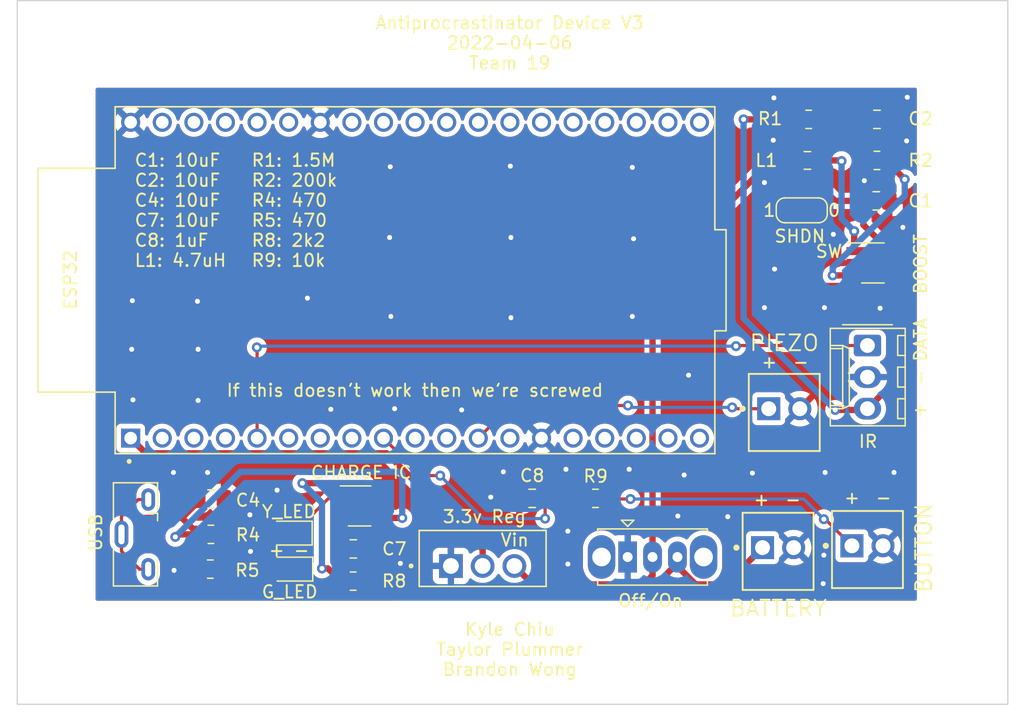
<source format=kicad_pcb>
(kicad_pcb (version 20211014) (generator pcbnew)
  (layers (0 "F.Cu" signal) (31 "B.Cu" signal) (34 "B.Paste" user) (35 "F.Paste" user) (36 "B.SilkS" user "B.Silkscreen") (37 "F.SilkS" user "F.Silkscreen") (38 "B.Mask" user) (39 "F.Mask" user) (44 "Edge.Cuts" user))
  (net 0 "")
  (net 1 "+3V3")
  (net 2 "GND")
  (net 3 "/PIEZO")
  (net 4 "/BATT_OUT")
  (net 5 "Net-(C4-Pad1)")
  (net 6 "/BUTTON")
  (net 7 "/BOOST_SHDN")
  (net 13 "Net-(D2-Pad1)")
  (net 14 "Net-(D2-Pad2)")
  (net 15 "Net-(D3-Pad1)")
  (net 17 "/IR_DATA")
  (net 18 "Net-(R8-Pad1)")
  (net 27 "Net-(J7-Pad1)")
  (net 31 "unconnected-(J8-Pad6)")
  (net 32 "Net-(C7-Pad1)")
  (net 33 "/BOOST_VOUT")
  (net 34 "/BOOST_SW")
  (net 35 "/BOOST_FB")
  (footprint "Connector_Molex:Molex-22-04-1021-MFG" (layer "F.Cu") (at 125.6994 65.024)
    (fp_text reference "J5" hide)
    (fp_text value "PIEZO" (at 0 -5.588) (layer "F.SilkS") (effects (font (size 1.27 1.27))))
    (fp_text user "+" (at -1.20848 -4.064 unlocked) (layer "F.SilkS"))
    (fp_text user "-" (at 1.33152 -4.064 unlocked) (layer "F.SilkS"))
    (fp_line (start 2.85 3.1) (end 2.85 -3.1) (layer "F.SilkS") (width 0.15))
    (fp_line (start -2.85 -3.1) (end 2.85 -3.1) (layer "F.SilkS") (width 0.15))
    (fp_line (start -2.85 3.1) (end 2.85 3.1) (layer "F.SilkS") (width 0.15))
    (fp_line (start -2.85 3.1) (end -2.85 -3.1) (layer "F.SilkS") (width 0.15))
    (fp_circle (center -3.35 -0.3) (end -3.225 -0.3) (layer "F.SilkS") (width 0.25) (fill none))
    (pad "1" thru_hole rect locked (at -1.25 -0.3) (size 1.85 1.85) (drill 1.2) (layers *.Cu *.Mask) (net 3 "/PIEZO"))
    (pad "2" thru_hole circle locked (at 1.25 -0.3) (size 1.85 1.85) (drill 1.2) (layers *.Cu *.Mask) (net 2 "GND"))
  )
  (footprint "Inductor_SMD:L_0805_2012Metric_Pad1.15x1.40mm_HandSolder" (layer "F.Cu") (at 127.5588 44.7548)
    (fp_text reference "L1" (at -3.302 0) (layer "F.SilkS"))
    (fp_text value "4.7uH")
    (fp_line (start -0.261252 -0.71) (end 0.261252 -0.71) (layer "F.SilkS") (width 0.12))
    (fp_line (start -0.261252 0.71) (end 0.261252 0.71) (layer "F.SilkS") (width 0.12))
    (pad "1" smd roundrect (at -1.025 0) (size 1.15 1.4) (layers "F.Cu" "F.Paste" "F.Mask") (roundrect_rratio 0.2173913043) (net 4 "/BATT_OUT"))
    (pad "2" smd roundrect (at 1.025 0) (size 1.15 1.4) (layers "F.Cu" "F.Paste" "F.Mask") (roundrect_rratio 0.2173913043) (net 34 "/BOOST_SW"))
  )
  (footprint "Capacitor_SMD:C_0805_2012Metric_Pad1.18x1.45mm_HandSolder" (layer "F.Cu") (at 105.4393 71.9328 180)
    (fp_text reference "C8" (at 0 1.8288) (layer "F.SilkS"))
    (fp_text value "1uF")
    (fp_line (start -0.261252 -0.735) (end 0.261252 -0.735) (layer "F.SilkS") (width 0.12))
    (fp_line (start -0.261252 0.735) (end 0.261252 0.735) (layer "F.SilkS") (width 0.12))
    (pad "1" smd roundrect (at -1.0375 0 180) (size 1.175 1.45) (layers "F.Cu" "F.Paste" "F.Mask") (roundrect_rratio 0.2127659574) (net 6 "/BUTTON"))
    (pad "2" smd roundrect (at 1.0375 0 180) (size 1.175 1.45) (layers "F.Cu" "F.Paste" "F.Mask") (roundrect_rratio 0.2127659574) (net 2 "GND"))
  )
  (footprint "LED_SMD:LED_0805_2012Metric_Pad1.15x1.40mm_HandSolder" (layer "F.Cu") (at 85.9446 77.6224 180)
    (fp_text reference "D3" hide)
    (fp_text value "G_LED" (at -0.009 -1.8288) (layer "F.SilkS"))
    (fp_line (start -1.86 0.96) (end 1 0.96) (layer "F.SilkS") (width 0.12))
    (fp_line (start 1 -0.96) (end -1.86 -0.96) (layer "F.SilkS") (width 0.12))
    (fp_line (start -1.86 -0.96) (end -1.86 0.96) (layer "F.SilkS") (width 0.12))
    (pad "1" smd roundrect (at -1.025 0 180) (size 1.15 1.4) (layers "F.Cu" "F.Paste" "F.Mask") (roundrect_rratio 0.2173913043) (net 15 "Net-(D3-Pad1)"))
    (pad "2" smd roundrect (at 1.025 0 180) (size 1.15 1.4) (layers "F.Cu" "F.Paste" "F.Mask") (roundrect_rratio 0.2173913043) (net 13 "Net-(D2-Pad1)"))
  )
  (footprint "Resistor_SMD:R_0805_2012Metric_Pad1.20x1.40mm_HandSolder" (layer "F.Cu") (at 133.1468 44.7548 180)
    (fp_text reference "R2" (at -3.5052 0) (layer "F.SilkS"))
    (fp_text value "200k")
    (fp_line (start -0.227064 0.735) (end 0.227064 0.735) (layer "F.SilkS") (width 0.12))
    (fp_line (start -0.227064 -0.735) (end 0.227064 -0.735) (layer "F.SilkS") (width 0.12))
    (pad "1" smd roundrect (at -1 0 180) (size 1.2 1.4) (layers "F.Cu" "F.Paste" "F.Mask") (roundrect_rratio 0.2083333333) (net 35 "/BOOST_FB"))
    (pad "2" smd roundrect (at 1 0 180) (size 1.2 1.4) (layers "F.Cu" "F.Paste" "F.Mask") (roundrect_rratio 0.2083333333) (net 2 "GND"))
  )
  (footprint "Capacitor_SMD:C_0805_2012Metric_Pad1.18x1.45mm_HandSolder" (layer "F.Cu") (at 133.096 48.006)
    (fp_text reference "C1" (at 3.556 0) (layer "F.SilkS"))
    (fp_text value "10uF")
    (fp_line (start -0.261252 0.735) (end 0.261252 0.735) (layer "F.SilkS") (width 0.12))
    (fp_line (start -0.261252 -0.735) (end 0.261252 -0.735) (layer "F.SilkS") (width 0.12))
    (pad "1" smd roundrect (at -1.0375 0) (size 1.175 1.45) (layers "F.Cu" "F.Paste" "F.Mask") (roundrect_rratio 0.212766) (net 4 "/BATT_OUT"))
    (pad "2" smd roundrect (at 1.0375 0) (size 1.175 1.45) (layers "F.Cu" "F.Paste" "F.Mask") (roundrect_rratio 0.212766) (net 2 "GND"))
  )
  (footprint "Capacitor_SMD:C_0805_2012Metric_Pad1.18x1.45mm_HandSolder" (layer "F.Cu") (at 91.0629 75.9968)
    (fp_text reference "C7" (at 3.302 0) (layer "F.SilkS"))
    (fp_text value "10uF")
    (fp_line (start -0.261252 0.735) (end 0.261252 0.735) (layer "F.SilkS") (width 0.12))
    (fp_line (start -0.261252 -0.735) (end 0.261252 -0.735) (layer "F.SilkS") (width 0.12))
    (pad "1" smd roundrect (at -1.0375 0) (size 1.175 1.45) (layers "F.Cu" "F.Paste" "F.Mask") (roundrect_rratio 0.2127659574) (net 32 "Net-(C7-Pad1)"))
    (pad "2" smd roundrect (at 1.0375 0) (size 1.175 1.45) (layers "F.Cu" "F.Paste" "F.Mask") (roundrect_rratio 0.2127659574) (net 2 "GND"))
  )
  (footprint "Connector_USB:USB_Micro-B_Molex-105133-0001" (layer "F.Cu") (at 73.5076 74.8284 -90)
    (fp_text reference "USB" (at -0.1524 3.1496 90) (layer "F.SilkS"))
    (fp_text value "USB_B_Micro")
    (fp_line (start -1.7 -1.075) (end -1.7 -1.825) (layer "F.SilkS") (width 0.12))
    (fp_line (start -2 -1.825) (end -4.15 -1.825) (layer "F.SilkS") (width 0.12))
    (fp_line (start 4.15 -1.825) (end 4.15 1.725) (layer "F.SilkS") (width 0.12))
    (fp_line (start 2 -1.825) (end 4.15 -1.825) (layer "F.SilkS") (width 0.12))
    (fp_line (start -1.7 -1.825) (end -1.1 -1.825) (layer "F.SilkS") (width 0.12))
    (fp_line (start -4.15 1.725) (end -1.25 1.725) (layer "F.SilkS") (width 0.12))
    (fp_line (start 4.15 1.725) (end 1.25 1.725) (layer "F.SilkS") (width 0.12))
    (fp_line (start -4.15 -1.825) (end -4.15 1.725) (layer "F.SilkS") (width 0.12))
    (pad "1" smd rect (at -1.3 -0.825 270) (size 0.45 1.5) (layers "F.Cu" "F.Paste" "F.Mask") (net 5 "Net-(C4-Pad1)"))
    (pad "2" smd rect (at -0.65 -0.825 270) (size 0.45 1.5) (layers "F.Cu" "F.Paste" "F.Mask"))
    (pad "3" smd rect (at 0 -0.825 270) (size 0.45 1.5) (layers "F.Cu" "F.Paste" "F.Mask"))
    (pad "4" smd rect (at 0.65 -0.825 270) (size 0.45 1.5) (layers "F.Cu" "F.Paste" "F.Mask"))
    (pad "5" smd rect (at 1.3 -0.825 270) (size 0.45 1.5) (layers "F.Cu" "F.Paste" "F.Mask") (net 2 "GND"))
    (pad "6" thru_hole oval (at 2.8 -1.075 270) (size 1.8 1.1) (drill oval 1.2 0.5) (layers *.Cu *.Mask) (net 31 "unconnected-(J8-Pad6)"))
    (pad "6" thru_hole oval (at -2.8 -1.075 270) (size 1.8 1.1) (drill oval 1.2 0.5) (layers *.Cu *.Mask) (net 31 "unconnected-(J8-Pad6)"))
    (pad "6" thru_hole oval (at 0 1.075 270) (size 2.2 1.1) (drill oval 1.6 0.5) (layers *.Cu *.Mask) (net 31 "unconnected-(J8-Pad6)"))
  )
  (footprint "Button_Switch_THT:SW_Slide_1P2T_CK_OS102011MS2Q" (layer "F.Cu") (at 113.1128 76.6499)
    (fp_text reference "Off/On" (at 1.8476 3.5125) (layer "F.SilkS"))
    (fp_text value "SW_SPDT")
    (fp_line (start -2.41 -2.26) (end 6.41 -2.26) (layer "F.SilkS") (width 0.12))
    (fp_line (start 6.41 -2.26) (end 6.41 -1.95) (layer "F.SilkS") (width 0.12))
    (fp_line (start -2.41 -1.95) (end -2.41 -2.26) (layer "F.SilkS") (width 0.12))
    (fp_line (start -0.5 -2.96) (end 0 -2.46) (layer "F.SilkS") (width 0.12))
    (fp_line (start 6.41 2.26) (end 6.41 1.95) (layer "F.SilkS") (width 0.12))
    (fp_line (start -2.41 2.26) (end -2.41 1.95) (layer "F.SilkS") (width 0.12))
    (fp_line (start 0.5 -2.96) (end -0.5 -2.96) (layer "F.SilkS") (width 0.12))
    (fp_line (start 6.41 2.26) (end -2.41 2.26) (layer "F.SilkS") (width 0.12))
    (fp_line (start 0 -2.46) (end 0.5 -2.96) (layer "F.SilkS") (width 0.12))
    (pad "" thru_hole oval (at -2.1 0) (size 2.2 3.5) (drill 1.5) (layers *.Cu *.Mask))
    (pad "" thru_hole oval (at 6.1 0) (size 2.2 3.5) (drill 1.5) (layers *.Cu *.Mask))
    (pad "1" thru_hole rect (at 0 0) (size 1.5 2.5) (drill 0.8) (layers *.Cu *.Mask) (net 2 "GND"))
    (pad "2" thru_hole oval (at 2 0) (size 1.5 2.5) (drill 0.8) (layers *.Cu *.Mask) (net 4 "/BATT_OUT"))
    (pad "3" thru_hole oval (at 4 0) (size 1.5 2.5) (drill 0.8) (layers *.Cu *.Mask) (net 32 "Net-(C7-Pad1)"))
  )
  (footprint "Connector_Molex:Molex_KK-254_AE-6410-03A_1x03_P2.54mm_Vertical" (layer "F.Cu") (at 132.3848 59.6392 -90)
    (fp_text reference "J9" hide)
    (fp_text value "IR" (at 7.7216 -0.0508 180) (layer "F.SilkS"))
    (fp_line (start 4.28 -3.03) (end 4.28 -2.43) (layer "F.SilkS") (width 0.12))
    (fp_line (start 0 2.99) (end 0 1.99) (layer "F.SilkS") (width 0.12))
    (fp_line (start 3.34 -2.43) (end 3.34 -3.03) (layer "F.SilkS") (width 0.12))
    (fp_line (start 4.83 2.99) (end 4.83 1.99) (layer "F.SilkS") (width 0.12))
    (fp_line (start 5.08 1.99) (end 5.08 2.99) (layer "F.SilkS") (width 0.12))
    (fp_line (start -1.38 2.99) (end 6.46 2.99) (layer "F.SilkS") (width 0.12))
    (fp_line (start -1.67 -2) (end -1.67 2) (layer "F.SilkS") (width 0.12))
    (fp_line (start 4.28 -2.43) (end 5.88 -2.43) (layer "F.SilkS") (width 0.12))
    (fp_line (start 1.74 -2.43) (end 3.34 -2.43) (layer "F.SilkS") (width 0.12))
    (fp_line (start -0.8 -3.03) (end -0.8 -2.43) (layer "F.SilkS") (width 0.12))
    (fp_line (start 0 1.99) (end 0.25 1.46) (layer "F.SilkS") (width 0.12))
    (fp_line (start 5.88 -2.43) (end 5.88 -3.03) (layer "F.SilkS") (width 0.12))
    (fp_line (start 0.25 2.99) (end 0.25 1.99) (layer "F.SilkS") (width 0.12))
    (fp_line (start 0.8 -2.43) (end 0.8 -3.03) (layer "F.SilkS") (width 0.12))
    (fp_line (start 1.74 -3.03) (end 1.74 -2.43) (layer "F.SilkS") (width 0.12))
    (fp_line (start -0.8 -2.43) (end 0.8 -2.43) (layer "F.SilkS") (width 0.12))
    (fp_line (start -1.38 -3.03) (end -1.38 2.99) (layer "F.SilkS") (width 0.12))
    (fp_line (start 4.83 1.46) (end 5.08 1.99) (layer "F.SilkS") (width 0.12))
    (fp_line (start 0.25 1.46) (end 4.83 1.46) (layer "F.SilkS") (width 0.12))
    (fp_line (start 0 1.99) (end 5.08 1.99) (layer "F.SilkS") (width 0.12))
    (fp_line (start 6.46 -3.03) (end -1.38 -3.03) (layer "F.SilkS") (width 0.12))
    (fp_line (start 6.46 2.99) (end 6.46 -3.03) (layer "F.SilkS") (width 0.12))
    (pad "1" thru_hole roundrect (at 0 0 270) (size 1.74 2.19) (drill 1.19) (layers *.Cu *.Mask) (roundrect_rratio 0.1436781609) (net 17 "/IR_DATA"))
    (pad "2" thru_hole oval (at 2.54 0 270) (size 1.74 2.19) (drill 1.19) (layers *.Cu *.Mask) (net 2 "GND"))
    (pad "3" thru_hole oval (at 5.08 0 270) (size 1.74 2.19) (drill 1.19) (layers *.Cu *.Mask) (net 33 "/BOOST_VOUT"))
  )
  (footprint "Connector_Molex:Molex-22-04-1021-MFG" (layer "F.Cu") (at 125.202 76.1952)
    (fp_text reference "J6" hide)
    (fp_text value "BATTERY" (at 0.02 4.5768) (layer "F.SilkS") (effects (font (size 1.27 1.27))))
    (fp_text user "-" (at 1.20452 -4.17163 unlocked) (layer "F.SilkS"))
    (fp_text user "+" (at -1.33548 -4.17163 unlocked) (layer "F.SilkS"))
    (fp_line (start 2.85 3.1) (end 2.85 -3.1) (layer "F.SilkS") (width 0.15))
    (fp_line (start -2.85 3.1) (end -2.85 -3.1) (layer "F.SilkS") (width 0.15))
    (fp_line (start -2.85 3.1) (end 2.85 3.1) (layer "F.SilkS") (width 0.15))
    (fp_line (start -2.85 -3.1) (end 2.85 -3.1) (layer "F.SilkS") (width 0.15))
    (fp_circle (center -3.35 -0.3) (end -3.225 -0.3) (layer "F.SilkS") (width 0.25) (fill none))
    (pad "1" thru_hole rect locked (at -1.25 -0.3) (size 1.85 1.85) (drill 1.2) (layers *.Cu *.Mask) (net 32 "Net-(C7-Pad1)"))
    (pad "2" thru_hole circle locked (at 1.25 -0.3) (size 1.85 1.85) (drill 1.2) (layers *.Cu *.Mask) (net 2 "GND"))
  )
  (footprint "Resistor_SMD:R_0805_2012Metric_Pad1.20x1.40mm_HandSolder" (layer "F.Cu") (at 79.6196 74.8284)
    (fp_text reference "R4" (at 2.9812 0.0508) (layer "F.SilkS"))
    (fp_text value "470R")
    (fp_line (start -0.227064 -0.735) (end 0.227064 -0.735) (layer "F.SilkS") (width 0.12))
    (fp_line (start -0.227064 0.735) (end 0.227064 0.735) (layer "F.SilkS") (width 0.12))
    (pad "1" smd roundrect (at -1 0) (size 1.2 1.4) (layers "F.Cu" "F.Paste" "F.Mask") (roundrect_rratio 0.2083333333) (net 5 "Net-(C4-Pad1)"))
    (pad "2" smd roundrect (at 1 0) (size 1.2 1.4) (layers "F.Cu" "F.Paste" "F.Mask") (roundrect_rratio 0.2083333333) (net 14 "Net-(D2-Pad2)"))
  )
  (footprint "Resistor_SMD:R_0805_2012Metric_Pad1.20x1.40mm_HandSolder" (layer "F.Cu") (at 110.5248 71.9328 180)
    (fp_text reference "R9" (at -0.016 1.778) (layer "F.SilkS"))
    (fp_text value "10k")
    (fp_line (start -0.227064 0.735) (end 0.227064 0.735) (layer "F.SilkS") (width 0.12))
    (fp_line (start -0.227064 -0.735) (end 0.227064 -0.735) (layer "F.SilkS") (width 0.12))
    (pad "1" smd roundrect (at -1 0 180) (size 1.2 1.4) (layers "F.Cu" "F.Paste" "F.Mask") (roundrect_rratio 0.2083333333) (net 27 "Net-(J7-Pad1)"))
    (pad "2" smd roundrect (at 1 0 180) (size 1.2 1.4) (layers "F.Cu" "F.Paste" "F.Mask") (roundrect_rratio 0.2083333333) (net 6 "/BUTTON"))
  )
  (footprint "MountingHole:MountingHole_3.2mm_M3" (layer "F.Cu") (at 67.818 35.6616)
    (fp_text reference "H3" hide)
    (fp_text value "MountingHole")
    (pad "" np_thru_hole circle (at 0 0) (size 3.2 3.2) (drill 3.2) (layers *.Cu *.Mask))
  )
  (footprint "MountingHole:MountingHole_3.2mm_M3" (layer "F.Cu") (at 139.827 84.709)
    (fp_text reference "H4" hide)
    (fp_text value "MountingHole")
    (pad "" np_thru_hole circle (at 0 0) (size 3.2 3.2) (drill 3.2) (layers *.Cu *.Mask))
  )
  (footprint "Package_TO_SOT_SMD:SOT-23-6_Handsoldering" (layer "F.Cu") (at 132.8204 52.9996)
    (fp_text reference "BOOST" (at 3.8316 0.0864 90) (layer "F.SilkS"))
    (fp_text value "Boost Converter")
    (fp_line (start -0.9 1.61) (end 0.9 1.61) (layer "F.SilkS") (width 0.12))
    (fp_line (start 0.9 -1.61) (end -2.05 -1.61) (layer "F.SilkS") (width 0.12))
    (pad "1" smd rect (at -1.35 -0.95) (size 1.56 0.65) (layers "F.Cu" "F.Paste" "F.Mask") (net 34 "/BOOST_SW"))
    (pad "2" smd rect (at -1.35 0) (size 1.56 0.65) (layers "F.Cu" "F.Paste" "F.Mask") (net 2 "GND"))
    (pad "3" smd rect (at -1.35 0.95) (size 1.56 0.65) (layers "F.Cu" "F.Paste" "F.Mask") (net 35 "/BOOST_FB"))
    (pad "4" smd rect (at 1.35 0.95) (size 1.56 0.65) (layers "F.Cu" "F.Paste" "F.Mask") (net 7 "/BOOST_SHDN"))
    (pad "5" smd rect (at 1.35 0) (size 1.56 0.65) (layers "F.Cu" "F.Paste" "F.Mask") (net 33 "/BOOST_VOUT"))
    (pad "6" smd rect (at 1.35 -0.95) (size 1.56 0.65) (layers "F.Cu" "F.Paste" "F.Mask") (net 4 "/BATT_OUT"))
  )
  (footprint "LED_SMD:LED_0805_2012Metric_Pad1.15x1.40mm_HandSolder" (layer "F.Cu") (at 85.8938 74.7268 180)
    (fp_text reference "D2" hide)
    (fp_text value "Y_LED" (at 0 1.7272) (layer "F.SilkS"))
    (fp_line (start -1.86 0.96) (end 1 0.96) (layer "F.SilkS") (width 0.12))
    (fp_line (start -1.86 -0.96) (end -1.86 0.96) (layer "F.SilkS") (width 0.12))
    (fp_line (start 1 -0.96) (end -1.86 -0.96) (layer "F.SilkS") (width 0.12))
    (pad "1" smd roundrect (at -1.025 0 180) (size 1.15 1.4) (layers "F.Cu" "F.Paste" "F.Mask") (roundrect_rratio 0.2173913043) (net 13 "Net-(D2-Pad1)"))
    (pad "2" smd roundrect (at 1.025 0 180) (size 1.15 1.4) (layers "F.Cu" "F.Paste" "F.Mask") (roundrect_rratio 0.2173913043) (net 14 "Net-(D2-Pad2)"))
  )
  (footprint "Resistor_SMD:R_0805_2012Metric_Pad1.20x1.40mm_HandSolder" (layer "F.Cu") (at 127.6604 41.4528)
    (fp_text reference "R1" (at -3.0988 -0.0508) (layer "F.SilkS"))
    (fp_text value "1.5M")
    (fp_line (start -0.227064 0.735) (end 0.227064 0.735) (layer "F.SilkS") (width 0.12))
    (fp_line (start -0.227064 -0.735) (end 0.227064 -0.735) (layer "F.SilkS") (width 0.12))
    (pad "1" smd roundrect (at -1 0) (size 1.2 1.4) (layers "F.Cu" "F.Paste" "F.Mask") (roundrect_rratio 0.208333) (net 33 "/BOOST_VOUT"))
    (pad "2" smd roundrect (at 1 0) (size 1.2 1.4) (layers "F.Cu" "F.Paste" "F.Mask") (roundrect_rratio 0.208333) (net 35 "/BOOST_FB"))
  )
  (footprint "Capacitor_SMD:C_0805_2012Metric_Pad1.18x1.45mm_HandSolder" (layer "F.Cu") (at 133.1468 41.4528)
    (fp_text reference "C2" (at 3.5052 -0.0508) (layer "F.SilkS"))
    (fp_text value "10uF")
    (fp_line (start -0.261252 0.735) (end 0.261252 0.735) (layer "F.SilkS") (width 0.12))
    (fp_line (start -0.261252 -0.735) (end 0.261252 -0.735) (layer "F.SilkS") (width 0.12))
    (pad "1" smd roundrect (at -1.0375 0) (size 1.175 1.45) (layers "F.Cu" "F.Paste" "F.Mask") (roundrect_rratio 0.2127659574) (net 33 "/BOOST_VOUT"))
    (pad "2" smd roundrect (at 1.0375 0) (size 1.175 1.45) (layers "F.Cu" "F.Paste" "F.Mask") (roundrect_rratio 0.2127659574) (net 2 "GND"))
  )
  (footprint "Jumper:SolderJumper-3_P1.3mm_Open_RoundedPad1.0x1.5mm_NumberLabels" (layer "F.Cu") (at 127.1016 48.768)
    (fp_text reference "SHDN" (at -0.1524 2.0828) (layer "F.SilkS"))
    (fp_text value "SolderJumper_3_Open")
    (fp_text user "1" (at -2.6 0) (layer "F.SilkS"))
    (fp_text user "0" (at 2.6 0) (layer "F.SilkS"))
    (fp_line (start -1.4 -1) (end 1.4 -1) (layer "F.SilkS") (width 0.12))
    (fp_line (start 2.05 -0.3) (end 2.05 0.3) (layer "F.SilkS") (width 0.12))
    (fp_line (start -2.05 0.3) (end -2.05 -0.3) (layer "F.SilkS") (width 0.12))
    (fp_line (start 1.4 1) (end -1.4 1) (layer "F.SilkS") (width 0.12))
    (fp_arc (start -2.05 -0.3) (mid -1.844975 -0.794975) (end -1.35 -1) (layer "F.SilkS") (width 0.12))
    (fp_arc (start -1.35 1) (mid -1.844975 0.794975) (end -2.05 0.3) (layer "F.SilkS") (width 0.12))
    (fp_arc (start 1.35 -1) (mid 1.844975 -0.794975) (end 2.05 -0.3) (layer "F.SilkS") (width 0.12))
    (fp_arc (start 2.05 0.3) (mid 1.844975 0.794975) (end 1.35 1) (layer "F.SilkS") (width 0.12))
    (pad "1" smd custom (at -1.3 0) (size 1 0.5) (layers "F.Cu" "F.Mask") (net 4 "/BATT_OUT") (options (clearance outline) (anchor rect)) (primitives (gr_circle (center 0 0.25) (end 0.5 0.25) (width 0) (fill yes)) (gr_circle (center 0 -0.25) (end 0.5 -0.25) (width 0) (fill yes)) (gr_poly (pts (xy 0.55 0.75) (xy 0 0.75) (xy 0 -0.75) (xy 0.55 -0.75)) (width 0) (fill yes))))
    (pad "2" smd rect (at 0 0) (size 1 1.5) (layers "F.Cu" "F.Mask") (net 7 "/BOOST_SHDN"))
    (pad "3" smd custom (at 1.3 0) (size 1 0.5) (layers "F.Cu" "F.Mask") (net 2 "GND") (options (clearance outline) (anchor rect)) (primitives (gr_circle (center 0 0.25) (end 0.5 0.25) (width 0) (fill yes)) (gr_circle (center 0 -0.25) (end 0.5 -0.25) (width 0) (fill yes)) (gr_poly (pts (xy 0 0.75) (xy -0.55 0.75) (xy -0.55 -0.75) (xy 0 -0.75)) (width 0) (fill yes))))
  )
  (footprint "footprints:MODULE_ESP32-DEVKITC-32U" (layer "F.Cu") (at 96.0204 54.3883 90)
    (fp_text reference "ESP32" (at 0.0323 -27.6944 270) (layer "F.SilkS"))
    (fp_text value "ESP32")
    (fp_line (start -4.07 25) (end 4.06 25) (layer "F.SilkS") (width 0.127))
    (fp_line (start -13.95 -24.1) (end -13.95 24.1) (layer "F.SilkS") (width 0.127))
    (fp_line (start -9 -24.1) (end -9 -30.3) (layer "F.SilkS") (width 0.127))
    (fp_line (start -4.07 24.1) (end -4.07 25) (layer "F.SilkS") (width 0.127))
    (fp_line (start -9 -24.1) (end -13.95 -24.1) (layer "F.SilkS") (width 0.127))
    (fp_line (start 9 -30.3) (end 9 -24.1) (layer "F.SilkS") (width 0.127))
    (fp_line (start 13.95 24.1) (end 13.95 -24.1) (layer "F.SilkS") (width 0.127))
    (fp_line (start 13.95 -24.1) (end 9 -24.1) (layer "F.SilkS") (width 0.127))
    (fp_line (start -9 -30.3) (end 9 -30.3) (layer "F.SilkS") (width 0.127))
    (fp_line (start -13.95 24.1) (end -4.07 24.1) (layer "F.SilkS") (width 0.127))
    (fp_line (start 4.06 25) (end 4.06 24.1) (layer "F.SilkS") (width 0.127))
    (fp_line (start 4.06 24.1) (end 13.95 24.1) (layer "F.SilkS") (width 0.127))
    (fp_circle (center -14.57 -22.97) (end -14.47 -22.97) (layer "F.SilkS") (width 0.2) (fill none))
    (pad "1" thru_hole rect locked (at -12.7 -22.85 90) (size 1.53 1.53) (drill 1.02) (layers *.Cu *.Mask) (net 1 "+3V3"))
    (pad "2" thru_hole circle locked (at -12.7 -20.31 90) (size 1.53 1.53) (drill 1.02) (layers *.Cu *.Mask))
    (pad "3" thru_hole circle locked (at -12.7 -17.77 90) (size 1.53 1.53) (drill 1.02) (layers *.Cu *.Mask))
    (pad "4" thru_hole circle locked (at -12.7 -15.23 90) (size 1.53 1.53) (drill 1.02) (layers *.Cu *.Mask))
    (pad "5" thru_hole circle locked (at -12.7 -12.69 90) (size 1.53 1.53) (drill 1.02) (layers *.Cu *.Mask) (net 17 "/IR_DATA"))
    (pad "6" thru_hole circle locked (at -12.7 -10.15 90) (size 1.53 1.53) (drill 1.02) (layers *.Cu *.Mask))
    (pad "7" thru_hole circle locked (at -12.7 -7.61 90) (size 1.53 1.53) (drill 1.02) (layers *.Cu *.Mask))
    (pad "8" thru_hole circle locked (at -12.7 -5.07 90) (size 1.53 1.53) (drill 1.02) (layers *.Cu *.Mask))
    (pad "9" thru_hole circle locked (at -12.7 -2.53 90) (size 1.53 1.53) (drill 1.02) (layers *.Cu *.Mask) (net 6 "/BUTTON"))
    (pad "10" thru_hole circle locked (at -12.7 0.01 90) (size 1.53 1.53) (drill 1.02) (layers *.Cu *.Mask))
    (pad "11" thru_hole circle locked (at -12.7 2.55 90) (size 1.53 1.53) (drill 1.02) (layers *.Cu *.Mask))
    (pad "12" thru_hole circle locked (at -12.7 5.09 90) (size 1.53 1.53) (drill 1.02) (layers *.Cu *.Mask) (net 3 "/PIEZO"))
    (pad "13" thru_hole circle locked (at -12.7 7.63 90) (size 1.53 1.53) (drill 1.02) (layers *.Cu *.Mask))
    (pad "14" thru_hole circle locked (at -12.7 10.17 90) (size 1.53 1.53) (drill 1.02) (layers *.Cu *.Mask) (net 2 "GND"))
    (pad "15" thru_hole circle locked (at -12.7 12.71 90) (size 1.53 1.53) (drill 1.02) (layers *.Cu *.Mask))
    (pad "16" thru_hole circle locked (at -12.7 15.25 90) (size 1.53 1.53) (drill 1.02) (layers *.Cu *.Mask))
    (pad "17" thru_hole circle locked (at -12.7 17.79 90) (size 1.53 1.53) (drill 1.02) (layers *.Cu *.Mask))
    (pad "18" thru_hole circle locked (at -12.7 20.33 90) (size 1.53 1.53) (drill 1.02) (layers *.Cu *.Mask))
    (pad "19" thru_hole circle locked (at -12.7 22.87 90) (size 1.53 1.53) (drill 1.02) (layers *.Cu *.Mask))
    (pad "20" thru_hole circle locked (at 12.7 22.87 90) (size 1.53 1.53) (drill 1.02) (layers *.Cu *.Mask))
    (pad "21" thru_hole circle locked (at 12.7 20.33 90) (size 1.53 1.53) (drill 1.02) (layers *.Cu *.Mask))
    (pad "22" thru_hole circle locked (at 12.7 17.79 90) (size 1.53 1.53) (drill 1.02) (layers *.Cu *.Mask))
    (pad "23" thru_hole circle locked (at 12.7 15.25 90) (size 1.53 1.53) (drill 1.02) (layers *.Cu *.Mask))
    (pad "24" thru_hole circle locked (at 12.7 12.71 90) (size 1.53 1.53) (drill 1.02) (layers *.Cu *.Mask))
    (pad "25" thru_hole circle locked (at 12.7 10.17 90) (size 1.53 1.53) (drill 1.02) (layers *.Cu *.Mask))
    (pad "26" thru_hole circle locked (at 12.7 7.63 90) (size 1.53 1.53) (drill 1.02) (layers *.Cu *.Mask))
    (pad "27" thru_hole circle locked (at 12.7 5.09 90) (size 1.53 1.53) (drill 1.02) (layers *.Cu *.Mask))
    (pad "28" thru_hole circle locked (at 12.7 2.55 90) (size 1.53 1.53) (drill 1.02) (layers *.Cu *.Mask))
    (pad "29" thru_hole circle locked (at 12.7 0.01 90) (size 1.53 1.53) (drill 1.02) (layers *.Cu *.Mask))
    (pad "30" thru_hole circle locked (at 12.7 -2.53 90) (size 1.53 1.53) (drill 1.02) (layers *.Cu *.Mask))
    (pad "31" thru_hole circle locked (at 12.7 -5.07 90) (size 1.53 1.53) (drill 1.02) (layers *.Cu *.Mask))
    (pad "32" thru_hole circle locked (at 12.7 -7.61 90) (size 1.53 1.53) (drill 1.02) (layers *.Cu *.Mask) (net 2 "GND"))
    (pad "33" thru_hole circle locked (at 12.7 -10.15 90) (size 1.53 1.53) (drill 1.02) (layers *.Cu *.Mask))
    (pad "34" thru_hole circle locked (at 12.7 -12.69 90) (size 1.53 1.53) (drill 1.02) (layers *.Cu *.Mask))
    (pad "35" thru_hole circle locked (at 12.7 -15.23 90) (size 1.53 1.53) (drill 1.02) (layers *.Cu *.Mask))
    (pad "36" thru_hole circle locked (at 12.7 -17.77 90) (size 1.53 1.53) (drill 1.02) (layers *.Cu *.Mask))
    (pad "37" thru_hole circle locked (at 12.7 -20.31 90) (size 1.53 1.53) (drill 1.02) (layers *.Cu *.Mask))
    (pad "38" thru_hole circle locked (at 12.7 -22.85 90) (size 1.53 1.53) (drill 1.02) (layers *.Cu *.Mask) (net 2 "GND"))
  )
  (footprint "Capacitor_SMD:C_0805_2012Metric_Pad1.18x1.45mm_HandSolder" (layer "F.Cu") (at 79.6329 71.9836)
    (fp_text reference "C4" (at 2.9679 0.1016) (layer "F.SilkS"))
    (fp_text value "10uF")
    (fp_line (start -0.261252 -0.735) (end 0.261252 -0.735) (layer "F.SilkS") (width 0.12))
    (fp_line (start -0.261252 0.735) (end 0.261252 0.735) (layer "F.SilkS") (width 0.12))
    (pad "1" smd roundrect (at -1.0375 0) (size 1.175 1.45) (layers "F.Cu" "F.Paste" "F.Mask") (roundrect_rratio 0.2127659574) (net 5 "Net-(C4-Pad1)"))
    (pad "2" smd roundrect (at 1.0375 0) (size 1.175 1.45) (layers "F.Cu" "F.Paste" "F.Mask") (roundrect_rratio 0.2127659574) (net 2 "GND"))
  )
  (footprint "MountingHole:MountingHole_3.2mm_M3" (layer "F.Cu") (at 139.827 35.7124)
    (fp_text reference "H2" hide)
    (fp_text value "MountingHole")
    (pad "" np_thru_hole circle (at 0 0) (size 3.2 3.2) (drill 3.2) (layers *.Cu *.Mask))
  )
  (footprint "Resistor_SMD:R_0805_2012Metric_Pad1.20x1.40mm_HandSolder" (layer "F.Cu") (at 79.5688 77.6224)
    (fp_text reference "R5" (at 2.9812 0.1016) (layer "F.SilkS"))
    (fp_text value "470R")
    (fp_line (start -0.227064 -0.735) (end 0.227064 -0.735) (layer "F.SilkS") (width 0.12))
    (fp_line (start -0.227064 0.735) (end 0.227064 0.735) (layer "F.SilkS") (width 0.12))
    (pad "1" smd roundrect (at -1 0) (size 1.2 1.4) (layers "F.Cu" "F.Paste" "F.Mask") (roundrect_rratio 0.2083333333) (net 15 "Net-(D3-Pad1)"))
    (pad "2" smd roundrect (at 1 0) (size 1.2 1.4) (layers "F.Cu" "F.Paste" "F.Mask") (roundrect_rratio 0.2083333333) (net 2 "GND"))
  )
  (footprint "footprints:TO255P1020X450X1968-3" (layer "F.Cu") (at 101.4576 76.7634)
    (fp_text reference "3.3v Reg" (at 0.1424 -3.3574) (layer "F.SilkS"))
    (fp_text value "3.3v-Reg")
    (fp_line (start -5.1 2.25) (end -5.1 -2.25) (layer "F.SilkS") (width 0.127))
    (fp_line (start 5.1 2.25) (end -5.1 2.25) (layer "F.SilkS") (width 0.127))
    (fp_line (start -5.1 -2.25) (end 5.1 -2.25) (layer "F.SilkS") (width 0.127))
    (fp_line (start 5.1 -2.25) (end 5.1 2.25) (layer "F.SilkS") (width 0.127))
    (fp_circle (center -5.75 0.605) (end -5.65 0.605) (layer "F.SilkS") (width 0.2) (fill none))
    (pad "1" thru_hole rect locked (at -2.55 0.605) (size 1.91 1.91) (drill 1.27) (layers *.Cu *.Mask) (net 2 "GND"))
    (pad "2" thru_hole circle locked (at 0 0.605) (size 1.91 1.91) (drill 1.27) (layers *.Cu *.Mask) (net 1 "+3V3"))
    (pad "3" thru_hole circle locked (at 2.55 0.605) (size 1.91 1.91) (drill 1.27) (layers *.Cu *.Mask) (net 4 "/BATT_OUT"))
  )
  (footprint "Package_TO_SOT_SMD:SOT-23-5_HandSoldering" (layer "F.Cu") (at 91.5708 72.5424)
    (fp_text reference "CHARGE IC" (at 0.1232 -2.6924) (layer "F.SilkS"))
    (fp_text value "BATT_IC")
    (fp_line (start -0.9 1.61) (end 0.9 1.61) (layer "F.SilkS") (width 0.12))
    (fp_line (start 0.9 -1.61) (end -1.55 -1.61) (layer "F.SilkS") (width 0.12))
    (pad "1" smd rect (at -1.35 -0.95) (size 1.56 0.65) (layers "F.Cu" "F.Paste" "F.Mask") (net 13 "Net-(D2-Pad1)"))
    (pad "2" smd rect (at -1.35 0) (size 1.56 0.65) (layers "F.Cu" "F.Paste" "F.Mask") (net 2 "GND"))
    (pad "3" smd rect (at -1.35 0.95) (size 1.56 0.65) (layers "F.Cu" "F.Paste" "F.Mask") (net 32 "Net-(C7-Pad1)"))
    (pad "4" smd rect (at 1.35 0.95) (size 1.56 0.65) (layers "F.Cu" "F.Paste" "F.Mask") (net 5 "Net-(C4-Pad1)"))
    (pad "5" smd rect (at 1.35 -0.95) (size 1.56 0.65) (layers "F.Cu" "F.Paste" "F.Mask") (net 18 "Net-(R8-Pad1)"))
  )
  (footprint "Connector_Molex:Molex-22-04-1021-MFG" (layer "F.Cu") (at 132.3848 76.0476)
    (fp_text reference "J7" hide)
    (fp_text value "BUTTON" (at 4.5212 -0.1016 -90) (layer "F.SilkS") (effects (font (size 1.27 1.27))))
    (fp_text user "+" (at -1.24548 -4.17863 unlocked) (layer "F.SilkS"))
    (fp_text user "-" (at 1.29452 -4.17863 unlocked) (layer "F.SilkS"))
    (fp_line (start -2.85 3.1) (end -2.85 -3.1) (layer "F.SilkS") (width 0.15))
    (fp_line (start -2.85 3.1) (end 2.85 3.1) (layer "F.SilkS") (width 0.15))
    (fp_line (start -2.85 -3.1) (end 2.85 -3.1) (layer "F.SilkS") (width 0.15))
    (fp_line (start 2.85 3.1) (end 2.85 -3.1) (layer "F.SilkS") (width 0.15))
    (fp_circle (center -3.35 -0.3) (end -3.225 -0.3) (layer "F.SilkS") (width 0.25) (fill none))
    (pad "1" thru_hole rect locked (at -1.25 -0.3) (size 1.85 1.85) (drill 1.2) (layers *.Cu *.Mask) (net 27 "Net-(J7-Pad1)"))
    (pad "2" thru_hole circle locked (at 1.25 -0.3) (size 1.85 1.85) (drill 1.2) (layers *.Cu *.Mask) (net 2 "GND"))
  )
  (footprint "Resistor_SMD:R_0805_2012Metric_Pad1.20x1.40mm_HandSolder" (layer "F.Cu") (at 91.0496 78.5876)
    (fp_text reference "R8" (at 3.302 0) (layer "F.SilkS"))
    (fp_text value "2K2")
    (fp_line (start -0.227064 0.735) (end 0.227064 0.735) (layer "F.SilkS") (width 0.12))
    (fp_line (start -0.227064 -0.735) (end 0.227064 -0.735) (layer "F.SilkS") (width 0.12))
    (pad "1" smd roundrect (at -1 0) (size 1.2 1.4) (layers "F.Cu" "F.Paste" "F.Mask") (roundrect_rratio 0.2083333333) (net 18 "Net-(R8-Pad1)"))
    (pad "2" smd roundrect (at 1 0) (size 1.2 1.4) (layers "F.Cu" "F.Paste" "F.Mask") (roundrect_rratio 0.2083333333) (net 2 "GND"))
  )
  (footprint "MountingHole:MountingHole_3.2mm_M3" (layer "F.Cu") (at 67.818 84.709)
    (fp_text reference "H1" hide)
    (fp_text value "MountingHole")
    (pad "" np_thru_hole circle (at 0 0) (size 3.2 3.2) (drill 3.2) (layers *.Cu *.Mask))
  )
  (gr_rect (start 143.6624 31.9024) (end 64.0588 88.4936) (layer "Edge.Cuts") (width 0.1) (fill none))
  (gr_text "C1: 10uF\nC2: 10uF\nC4: 10uF\nC7: 10uF\nC8: 1uF\nL1: 4.7uH" (at 73.406 48.768) (layer "F.SilkS") (effects (font (size 1 1)) (justify left)))
  (gr_text "Vin" (at 104.0384 75.2856) (layer "F.SilkS") (effects (font (size 1 1))))
  (gr_text "-\n" (at 136.652 62.23 90) (layer "F.SilkS") (effects (font (size 1 1))))
  (gr_text "SW" (at 129.286 52.07) (layer "F.SilkS") (effects (font (size 1 1))))
  (gr_text "Antiprocrastinator Device V3\n2022-04-06\nTeam 19" (at 103.632 35.306) (layer "F.SilkS") (effects (font (size 1 1))))
  (gr_text "+ -" (at 85.9028 76.0984) (layer "F.SilkS") (effects (font (size 1 1))))
  (gr_text "If this doesn't work then we're screwed" (at 96.012 63.246) (layer "F.SilkS") (effects (font (size 1 1))))
  (gr_text "DATA" (at 136.652 59.182 90) (layer "F.SilkS") (effects (font (size 1 1))))
  (gr_text "R1: 1.5M\nR2: 200k\nR4: 470\nR5: 470\nR8: 2k2\nR9: 10k" (at 82.804 48.768) (layer "F.SilkS") (effects (font (size 1 1)) (justify left)))
  (gr_text "Kyle Chiu\nTaylor Plummer\nBrandon Wong" (at 103.632 84.074) (layer "F.SilkS") (effects (font (size 1 1))))
  (gr_text "+" (at 136.652 64.77) (layer "F.SilkS") (effects (font (size 1 1))))
  (segment (start 101.4576 76.017827) (end 93.746584 68.306811) (width 0.508) (layer "F.Cu") (net 1))
  (segment (start 93.746584 68.306811) (end 74.388911 68.306811) (width 0.508) (layer "F.Cu") (net 1))
  (segment (start 74.388911 68.306811) (end 73.1704 67.0883) (width 0.508) (layer "F.Cu") (net 1))
  (segment (start 101.4576 77.3684) (end 101.4576 76.017827) (width 0.508) (layer "F.Cu") (net 1))
  (via (at 134.5184 69.85) (size 0.8) (drill 0.4) (layers "F.Cu" "B.Cu") (net 2))
  (via (at 84.9376 71.2724) (size 0.8) (drill 0.4) (layers "F.Cu" "B.Cu") (net 2))
  (via (at 108.3056 74.5744) (size 0.8) (drill 0.4) (layers "F.Cu" "B.Cu") (net 2))
  (via (at 132.1308 46.3804) (size 0.8) (drill 0.4) (layers "F.Cu" "B.Cu") (net 2))
  (via (at 79.3496 69.85) (size 0.8) (drill 0.4) (layers "F.Cu" "B.Cu") (net 2))
  (via (at 89.2556 64.77) (size 0.8) (drill 0.4) (layers "F.Cu" "B.Cu") (net 2))
  (via (at 113.5888 51.054) (size 0.8) (drill 0.4) (layers "F.Cu" "B.Cu") (net 2))
  (via (at 73.3552 64.008) (size 0.8) (drill 0.4) (layers "F.Cu" "B.Cu") (net 2))
  (via (at 87.376 55.8292) (size 0.8) (drill 0.4) (layers "F.Cu" "B.Cu") (net 2))
  (via (at 82.804 76.2) (size 0.8) (drill 0.4) (layers "F.Cu" "B.Cu") (net 2))
  (via (at 103.6828 45.212) (size 0.8) (drill 0.4) (layers "F.Cu" "B.Cu") (net 2))
  (via (at 102.108 71.8312) (size 0.8) (drill 0.4) (layers "F.Cu" "B.Cu") (net 2))
  (via (at 82.7532 73.2536) (size 0.8) (drill 0.4) (layers "F.Cu" "B.Cu") (net 2))
  (via (at 76.6572 77.724) (size 0.8) (drill 0.4) (layers "F.Cu" "B.Cu") (net 2))
  (via (at 99.7712 64.8208) (size 0.8) (drill 0.4) (layers "F.Cu" "B.Cu") (net 2))
  (via (at 78.5876 59.944) (size 0.8) (drill 0.4) (layers "F.Cu" "B.Cu") (net 2))
  (via (at 128.8796 76.5048) (size 0.8) (drill 0.4) (layers "F.Cu" "B.Cu") (net 2))
  (via (at 129.6416 50.6984) (size 0.8) (drill 0.4) (layers "F.Cu" "B.Cu") (net 2))
  (via (at 108.3056 77.216) (size 0.8) (drill 0.4) (layers "F.Cu" "B.Cu") (net 2))
  (via (at 128.9812 69.85) (size 0.8) (drill 0.4) (layers "F.Cu" "B.Cu") (net 2))
  (via (at 103.124 69.7992) (size 0.8) (drill 0.4) (layers "F.Cu" "B.Cu") (net 2))
  (via (at 73.3044 56.0324) (size 0.8) (drill 0.4) (layers "F.Cu" "B.Cu") (net 2))
  (via (at 94.8436 77.1652) (size 0.8) (drill 0.4) (layers "F.Cu" "B.Cu") (net 2))
  (via (at 94.0816 57.3024) (size 0.8) (drill 0.4) (layers "F.Cu" "B.Cu") (net 2))
  (via (at 76.6064 69.85) (size 0.8) (drill 0.4) (layers "F.Cu" "B.Cu") (net 2))
  (via (at 78.5876 64.0588) (size 0.8) (drill 0.4) (layers "F.Cu" "B.Cu") (net 2))
  (via (at 113.4872 45.3136) (size 0.8) (drill 0.4) (layers "F.Cu" "B.Cu") (net 2))
  (via (at 118.0084 62.0268) (size 0.8) (drill 0.4) (layers "F.Cu" "B.Cu") (net 2))
  (via (at 108.1532 69.596) (size 0.8) (drill 0.4) (layers "F.Cu" "B.Cu") (net 2))
  (via (at 133.4008 56.642) (size 0.8) (drill 0.4) (layers "F.Cu" "B.Cu") (net 2))
  (via (at 124.1044 46.5328) (size 0.8) (drill 0.4) (layers "F.Cu" "B.Cu") (net 2))
  (via (at 124.9172 53.4924) (size 0.8) (drill 0.4) (layers "F.Cu" "B.Cu") (net 2))
  (via (at 135.5344 43.18) (size 0.8) (drill 0.4) (layers "F.Cu" "B.Cu") (net 2))
  (via (at 135.5852 39.6748) (size 0.8) (drill 0.4) (layers "F.Cu" "B.Cu") (net 2))
  (via (at 117.6528 70.0532) (size 0.8) (drill 0.4) (layers "F.Cu" "B.Cu") (net 2))
  (via (at 94.0308 45.2628) (size 0.8) (drill 0.4) (layers "F.Cu" "B.Cu") (net 2))
  (via (at 94.3864 64.7192) (size 0.8) (drill 0.4) (layers "F.Cu" "B.Cu") (net 2))
  (via (at 117.1448 73.3552) (size 0.8) (drill 0.4) (layers "F.Cu" "B.Cu") (net 2))
  (via (at 78.5368 56.0832) (size 0.8) (drill 0.4) (layers "F.Cu" "B.Cu") (net 2))
  (via (at 113.2332 69.596) (size 0.8) (drill 0.4) (layers "F.Cu" "B.Cu") (net 2))
  (via (at 121.158 73.406) (size 0.8) (drill 0.4) (layers "F.Cu" "B.Cu") (net 2))
  (via (at 73.2536 59.944) (size 0.8) (drill 0.4) (layers "F.Cu" "B.Cu") (net 2))
  (via (at 103.7336 57.404) (size 0.8) (drill 0.4) (layers "F.Cu" "B.Cu") (net 2))
  (via (at 128.8288 78.7908) (size 0.8) (drill 0.4) (layers "F.Cu" "B.Cu") (net 2))
  (via (at 103.7336 50.9524) (size 0.8) (drill 0.4) (layers "F.Cu" "B.Cu") (net 2))
  (via (at 128.9304 56.5912) (size 0.8) (drill 0.4) (layers "F.Cu" "B.Cu") (net 2))
  (via (at 124.1044 56.5912) (size 0.8) (drill 0.4) (layers "F.Cu" "B.Cu") (net 2))
  (via (at 123.1392 69.9008) (size 0.8) (drill 0.4) (layers "F.Cu" "B.Cu") (net 2))
  (via (at 135.2296 50.1396) (size 0.8) (drill 0.4) (layers "F.Cu" "B.Cu") (net 2))
  (via (at 124.8156 43.1292) (size 0.8) (drill 0.4) (layers "F.Cu" "B.Cu") (net 2))
  (via (at 113.4872 57.3024) (size 0.8) (drill 0.4) (layers "F.Cu" "B.Cu") (net 2))
  (via (at 93.98 50.9524) (size 0.8) (drill 0.4) (layers "F.Cu" "B.Cu") (net 2))
  (via (at 124.8664 39.7256) (size 0.8) (drill 0.4) (layers "F.Cu" "B.Cu") (net 2))
  (segment (start 121.62 64.724) (end 121.5136 64.6176) (width 0.254) (layer "F.Cu") (net 3))
  (segment (start 124.4494 64.724) (end 121.62 64.724) (width 0.254) (layer "F.Cu") (net 3))
  (segment (start 103.7335 64.4652) (end 101.1104 67.0883) (width 0.254) (layer "F.Cu") (net 3))
  (segment (start 113.1316 64.4652) (end 103.7335 64.4652) (width 0.254) (layer "F.Cu") (net 3))
  (via (at 121.5136 64.6176) (size 0.8) (drill 0.4) (layers "F.Cu" "B.Cu") (net 3))
  (via (at 113.1316 64.4652) (size 0.8) (drill 0.4) (layers "F.Cu" "B.Cu") (net 3))
  (segment (start 113.284 64.6176) (end 113.1316 64.4652) (width 0.254) (layer "B.Cu") (net 3))
  (segment (start 121.5136 64.6176) (end 113.284 64.6176) (width 0.254) (layer "B.Cu") (net 3))
  (segment (start 126.5338 44.7548) (end 124.675352 44.7548) (width 0.508) (layer "F.Cu") (net 4))
  (segment (start 105.49262 78.85342) (end 114.38978 78.85342) (width 0.508) (layer "F.Cu") (net 4))
  (segment (start 124.675352 44.7548) (end 115.1128 54.317352) (width 0.508) (layer "F.Cu") (net 4))
  (segment (start 132.0585 48.006) (end 132.0585 49.9377) (width 0.508) (layer "F.Cu") (net 4))
  (segment (start 115.1128 59.4568) (end 115.1128 76.6499) (width 0.508) (layer "F.Cu") (net 4))
  (segment (start 132.0585 48.006) (end 129.785 48.006) (width 0.508) (layer "F.Cu") (net 4))
  (segment (start 104.0076 77.3684) (end 105.49262 78.85342) (width 0.508) (layer "F.Cu") (net 4))
  (segment (start 129.785 48.006) (end 126.5338 44.7548) (width 0.508) (layer "F.Cu") (net 4))
  (segment (start 114.38978 78.85342) (end 115.1128 78.1304) (width 0.508) (layer "F.Cu") (net 4))
  (segment (start 125.8016 48.768) (end 125.8016 45.487) (width 0.25) (layer "F.Cu") (net 4))
  (segment (start 115.1128 78.1304) (end 115.1128 76.6499) (width 0.508) (layer "F.Cu") (net 4))
  (segment (start 115.1128 54.317352) (end 115.1128 59.4568) (width 0.508) (layer "F.Cu") (net 4))
  (segment (start 125.8016 45.487) (end 126.5338 44.7548) (width 0.25) (layer "F.Cu") (net 4))
  (segment (start 132.0585 49.9377) (end 134.1704 52.0496) (width 0.508) (layer "F.Cu") (net 4))
  (segment (start 78.6196 74.8284) (end 77.291089 73.499889) (width 0.508) (layer "F.Cu") (net 5))
  (segment (start 78.6196 74.8284) (end 76.962 74.8284) (width 0.508) (layer "F.Cu") (net 5))
  (segment (start 78.5954 71.9836) (end 78.5954 72.195578) (width 0.508) (layer "F.Cu") (net 5))
  (segment (start 78.5954 72.195578) (end 77.291089 73.499889) (width 0.508) (layer "F.Cu") (net 5))
  (segment (start 77.291089 73.499889) (end 74.3326 73.499889) (width 0.508) (layer "F.Cu") (net 5))
  (segment (start 76.962 74.8284) (end 76.7588 75.0316) (width 0.508) (layer "F.Cu") (net 5))
  (segment (start 92.936 73.5076) (end 92.9208 73.4924) (width 0.508) (layer "F.Cu") (net 5))
  (segment (start 94.996 73.5076) (end 92.936 73.5076) (width 0.508) (layer "F.Cu") (net 5))
  (via (at 94.996 73.5076) (size 0.8) (drill 0.4) (layers "F.Cu" "B.Cu") (net 5))
  (via (at 76.7588 75.0316) (size 0.8) (drill 0.4) (layers "F.Cu" "B.Cu") (net 5))
  (segment (start 76.7588 75.0316) (end 81.9912 69.7992) (width 0.508) (layer "B.Cu") (net 5))
  (segment (start 81.9912 69.7992) (end 94.8436 69.7992) (width 0.508) (layer "B.Cu") (net 5))
  (segment (start 94.8436 69.7992) (end 94.996 69.9516) (width 0.508) (layer "B.Cu") (net 5))
  (segment (start 94.996 69.9516) (end 94.996 73.5076) (width 0.508) (layer "B.Cu") (net 5))
  (segment (start 106.4768 71.9328) (end 106.029622 71.9328) (width 0.254) (layer "F.Cu") (net 6))
  (segment (start 106.4768 71.9328) (end 106.4768 73.5584) (width 0.254) (layer "F.Cu") (net 6))
  (segment (start 98.044 70.104) (end 96.5061 70.104) (width 0.254) (layer "F.Cu") (net 6))
  (segment (start 109.5248 71.9328) (end 106.4768 71.9328) (width 0.254) (layer "F.Cu") (net 6))
  (segment (start 96.5061 70.104) (end 93.4904 67.0883) (width 0.254) (layer "F.Cu") (net 6))
  (via (at 98.044 70.104) (size 0.8) (drill 0.4) (layers "F.Cu" "B.Cu") (net 6))
  (via (at 106.4768 73.5584) (size 0.8) (drill 0.4) (layers "F.Cu" "B.Cu") (net 6))
  (segment (start 106.4768 73.5584) (end 101.4984 73.5584) (width 0.254) (layer "B.Cu") (net 6))
  (segment (start 101.4984 73.5584) (end 98.044 70.104) (width 0.254) (layer "B.Cu") (net 6))
  (segment (start 134.1704 53.9496) (end 133.266089 54.853911) (width 0.508) (layer "F.Cu") (net 7))
  (segment (start 127.1016 53.9496) (end 127.1016 48.768) (width 0.508) (layer "F.Cu") (net 7))
  (segment (start 128.005911 54.853911) (end 127.1016 53.9496) (width 0.508) (layer "F.Cu") (net 7))
  (segment (start 133.266089 54.853911) (end 128.005911 54.853911) (width 0.508) (layer "F.Cu") (net 7))
  (segment (start 84.9196 77.6224) (end 84.9196 76.726) (width 0.254) (layer "F.Cu") (net 13))
  (segment (start 89.412778 71.5924) (end 90.2208 71.5924) (width 0.254) (layer "F.Cu") (net 13))
  (segment (start 86.9188 74.7268) (end 86.9188 74.086378) (width 0.254) (layer "F.Cu") (net 13))
  (segment (start 84.9196 76.726) (end 86.9188 74.7268) (width 0.254) (layer "F.Cu") (net 13))
  (segment (start 86.9188 74.086378) (end 89.412778 71.5924) (width 0.254) (layer "F.Cu") (net 13))
  (segment (start 81.0768 74.8284) (end 80.6196 74.8284) (width 0.254) (layer "F.Cu") (net 14))
  (segment (start 84.8688 74.7268) (end 80.7212 74.7268) (width 0.254) (layer "F.Cu") (net 14))
  (segment (start 80.7212 74.7268) (end 80.6196 74.8284) (width 0.254) (layer "F.Cu") (net 14))
  (segment (start 85.94308 78.64892) (end 86.9696 77.6224) (width 0.254) (layer "F.Cu") (net 15))
  (segment (start 78.5688 77.6224) (end 79.59532 78.64892) (width 0.254) (layer "F.Cu") (net 15))
  (segment (start 79.59532 78.64892) (end 85.94308 78.64892) (width 0.254) (layer "F.Cu") (net 15))
  (segment (start 121.8692 59.6392) (end 121.8184 59.69) (width 0.254) (layer "F.Cu") (net 17))
  (segment (start 132.3848 59.6392) (end 121.8692 59.6392) (width 0.254) (layer "F.Cu") (net 17))
  (segment (start 83.312 59.7916) (end 83.3304 59.81) (width 0.254) (layer "F.Cu") (net 17))
  (segment (start 83.3304 59.81) (end 83.3304 67.0883) (width 0.254) (layer "F.Cu") (net 17))
  (via (at 83.312 59.7916) (size 0.8) (drill 0.4) (layers "F.Cu" "B.Cu") (net 17))
  (via (at 121.8184 59.69) (size 0.8) (drill 0.4) (layers "F.Cu" "B.Cu") (net 17))
  (segment (start 121.8184 59.69) (end 83.4136 59.69) (width 0.254) (layer "B.Cu") (net 17))
  (segment (start 83.4136 59.69) (end 83.312 59.7916) (width 0.254) (layer "B.Cu") (net 17))
  (segment (start 92.042 70.7136) (end 86.9696 70.7136) (width 0.508) (layer "F.Cu") (net 18))
  (segment (start 89.0336 77.5716) (end 90.0496 78.5876) (width 0.508) (layer "F.Cu") (net 18))
  (segment (start 88.5444 77.5716) (end 89.0336 77.5716) (width 0.508) (layer "F.Cu") (net 18))
  (segment (start 92.9208 71.5924) (end 92.042 70.7136) (width 0.508) (layer "F.Cu") (net 18))
  (segment (start 90.0496 78.5876) (end 89.8652 78.5876) (width 0.254) (layer "F.Cu") (net 18))
  (via (at 88.5444 77.5716) (size 0.8) (drill 0.4) (layers "F.Cu" "B.Cu") (net 18))
  (via (at 86.9696 70.7136) (size 0.8) (drill 0.4) (layers "F.Cu" "B.Cu") (net 18))
  (segment (start 86.9696 70.7136) (end 88.5444 72.2884) (width 0.508) (layer "B.Cu") (net 18))
  (segment (start 88.5444 72.2884) (end 88.5444 77.5716) (width 0.508) (layer "B.Cu") (net 18))
  (segment (start 113.3348 71.9836) (end 111.5756 71.9836) (width 0.254) (layer "F.Cu") (net 27))
  (segment (start 128.9964 73.6092) (end 128.8796 73.6092) (width 0.254) (layer "F.Cu") (net 27))
  (segment (start 131.1348 75.7476) (end 128.9964 73.6092) (width 0.254) (layer "F.Cu") (net 27))
  (segment (start 111.5756 71.9836) (end 111.5248 71.9328) (width 0.254) (layer "F.Cu") (net 27))
  (via (at 113.3348 71.9836) (size 0.8) (drill 0.4) (layers "F.Cu" "B.Cu") (net 27))
  (via (at 128.8796 73.6092) (size 0.8) (drill 0.4) (layers "F.Cu" "B.Cu") (net 27))
  (segment (start 127.254 71.9836) (end 113.3348 71.9836) (width 0.254) (layer "B.Cu") (net 27))
  (segment (start 128.8796 73.6092) (end 127.254 71.9836) (width 0.254) (layer "B.Cu") (net 27))
  (segment (start 72.4326 74.8284) (end 72.4326 76.1824) (width 0.254) (layer "F.Cu") (net 31))
  (segment (start 72.4326 76.1824) (end 73.8786 77.6284) (width 0.254) (layer "F.Cu") (net 31))
  (segment (start 72.4326 73.3744) (end 72.4326 74.8284) (width 0.254) (layer "F.Cu") (net 31))
  (segment (start 73.8786 77.6284) (end 74.5826 77.6284) (width 0.254) (layer "F.Cu") (net 31))
  (segment (start 73.7786 72.0284) (end 72.4326 73.3744) (width 0.254) (layer "F.Cu") (net 31))
  (segment (start 74.5826 72.0284) (end 73.7786 72.0284) (width 0.254) (layer "F.Cu") (net 31))
  (segment (start 90.0254 75.9968) (end 90.0254 73.6878) (width 0.508) (layer "F.Cu") (net 32))
  (segment (start 123.952 75.8952) (end 120.99378 78.85342) (width 0.508) (layer "F.Cu") (net 32))
  (segment (start 90.0254 73.6878) (end 90.2208 73.4924) (width 0.508) (layer "F.Cu") (net 32))
  (segment (start 117.1128 77.1499) (end 114.70176 79.56094) (width 0.508) (layer "F.Cu") (net 32))
  (segment (start 120.99378 78.85342) (end 118.569311 78.85342) (width 0.508) (layer "F.Cu") (net 32))
  (segment (start 92.432247 77.17532) (end 91.20392 77.17532) (width 0.508) (layer "F.Cu") (net 32))
  (segment (start 117.1128 76.6499) (end 117.1128 77.1499) (width 0.508) (layer "F.Cu") (net 32))
  (segment (start 91.20392 77.17532) (end 90.0254 75.9968) (width 0.508) (layer "F.Cu") (net 32))
  (segment (start 117.1128 77.396909) (end 117.1128 76.6499) (width 0.508) (layer "F.Cu") (net 32))
  (segment (start 114.70176 79.56094) (end 94.817867 79.56094) (width 0.508) (layer "F.Cu") (net 32))
  (segment (start 118.569311 78.85342) (end 117.1128 77.396909) (width 0.508) (layer "F.Cu") (net 32))
  (segment (start 94.817867 79.56094) (end 92.432247 77.17532) (width 0.508) (layer "F.Cu") (net 32))
  (segment (start 134.1704 52.9996) (end 135.232422 52.9996) (width 0.508) (layer "F.Cu") (net 33))
  (segment (start 129.794 64.8208) (end 132.2832 64.8208) (width 0.508) (layer "F.Cu") (net 33))
  (segment (start 126.6604 41.4528) (end 122.428 41.4528) (width 0.508) (layer "F.Cu") (net 33))
  (segment (start 135.403911 53.171089) (end 135.403911 61.700089) (width 0.508) (layer "F.Cu") (net 33))
  (segment (start 132.1093 41.4528) (end 130.95578 40.29928) (width 0.508) (layer "F.Cu") (net 33))
  (segment (start 130.95578 40.29928) (end 127.81392 40.29928) (width 0.508) (layer "F.Cu") (net 33))
  (segment (start 135.403911 61.700089) (end 132.3848 64.7192) (width 0.508) (layer "F.Cu") (net 33))
  (segment (start 135.232422 52.9996) (end 135.403911 53.171089) (width 0.508) (layer "F.Cu") (net 33))
  (segment (start 127.81392 40.29928) (end 126.6604 41.4528) (width 0.508) (layer "F.Cu") (net 33))
  (segment (start 132.2832 64.8208) (end 132.3848 64.7192) (width 0.508) (layer "F.Cu") (net 33))
  (via (at 129.794 64.8208) (size 0.8) (drill 0.4) (layers "F.Cu" "B.Cu") (net 33))
  (via (at 122.428 41.4528) (size 0.8) (drill 0.4) (layers "F.Cu" "B.Cu") (net 33))
  (segment (start 122.428 41.4528) (end 122.428 57.4548) (width 0.508) (layer "B.Cu") (net 33))
  (segment (start 122.428 57.4548) (end 129.794 64.8208) (width 0.508) (layer "B.Cu") (net 33))
  (segment (start 131.318 51.8972) (end 131.4704 52.0496) (width 0.508) (layer "F.Cu") (net 34))
  (segment (start 131.318 50.4444) (end 131.318 51.8972) (width 0.508) (layer "F.Cu") (net 34))
  (segment (start 130.2512 44.7548) (end 130.302 44.8056) (width 0.508) (layer "F.Cu") (net 34))
  (segment (start 128.5838 44.7548) (end 130.2512 44.7548) (width 0.508) (layer "F.Cu") (net 34))
  (via (at 130.302 44.8056) (size 0.8) (drill 0.4) (layers "F.Cu" "B.Cu") (net 34))
  (via (at 131.318 50.4444) (size 0.8) (drill 0.4) (layers "F.Cu" "B.Cu") (net 34))
  (segment (start 130.302 49.4284) (end 131.318 50.4444) (width 0.508) (layer "B.Cu") (net 34))
  (segment (start 130.302 44.8056) (end 130.302 49.4284) (width 0.508) (layer "B.Cu") (net 34))
  (segment (start 134.1468 44.7548) (end 134.1468 45.0436) (width 0.508) (layer "F.Cu") (net 35))
  (segment (start 129.83892 42.63132) (end 132.02332 42.63132) (width 0.508) (layer "F.Cu") (net 35))
  (segment (start 128.6604 41.4528) (end 129.83892 42.63132) (width 0.508) (layer "F.Cu") (net 35))
  (segment (start 134.1468 45.0436) (end 135.382 46.2788) (width 0.508) (layer "F.Cu") (net 35))
  (segment (start 129.5908 54.0004) (end 131.4196 54.0004) (width 0.508) (layer "F.Cu") (net 35))
  (segment (start 132.02332 42.63132) (end 134.1468 44.7548) (width 0.508) (layer "F.Cu") (net 35))
  (segment (start 131.4196 54.0004) (end 131.4704 53.9496) (width 0.508) (layer "F.Cu") (net 35))
  (via (at 129.5908 54.0004) (size 0.8) (drill 0.4) (layers "F.Cu" "B.Cu") (net 35))
  (via (at 135.382 46.2788) (size 0.8) (drill 0.4) (layers "F.Cu" "B.Cu") (net 35))
  (segment (start 129.5908 53.378648) (end 129.5908 54.0004) (width 0.508) (layer "B.Cu") (net 35))
  (segment (start 135.382 46.2788) (end 135.382 47.587448) (width 0.508) (layer "B.Cu") (net 35))
  (segment (start 135.382 47.587448) (end 129.5908 53.378648) (width 0.508) (layer "B.Cu") (net 35))
  (zone (net 2) (net_name "GND") (layers F&B.Cu) (connect_pads (clearance 0.4)) (min_thickness 0.254) (fill yes (thermal_gap 0.508) (thermal_bridge_width 0.508))
    (polygon (pts (xy 136.3472 80.1624) (xy 70.358 80.1624) (xy 70.358 38.9128) (xy 136.3472 38.9128)))
  )
)
</source>
